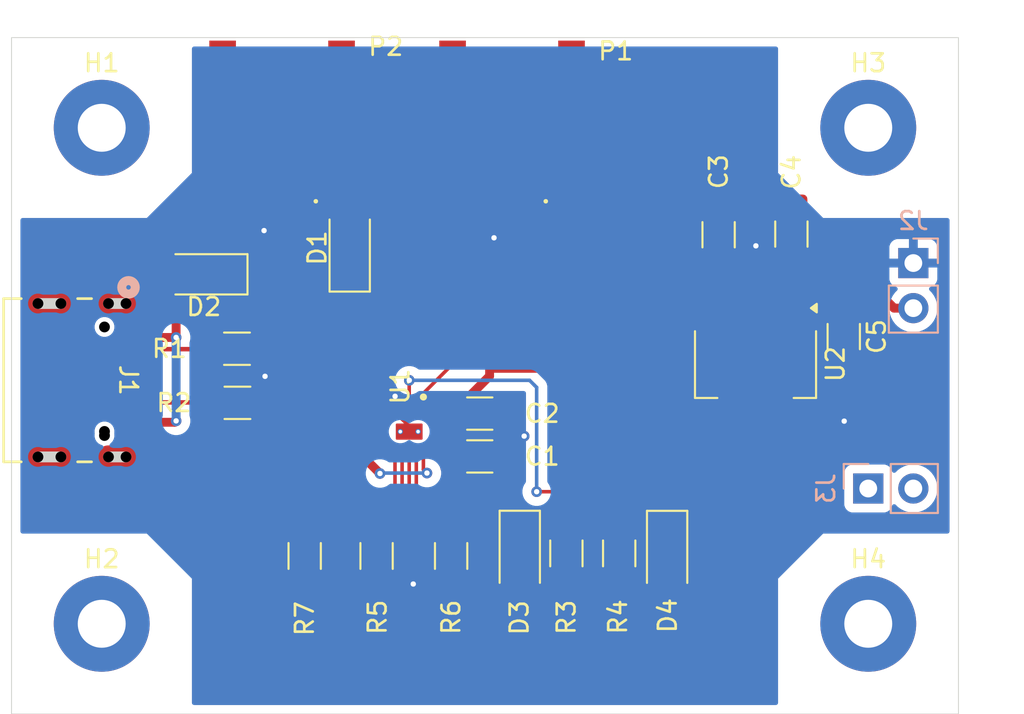
<source format=kicad_pcb>
(kicad_pcb (version 20241229) (generator "pcbnew") (generator_version "9.0")
  (layers (0 "F.Cu" signal) (2 "B.Cu" signal) (13 "F.Paste" user) (15 "B.Paste" user) (5 "F.SilkS" user "F.Silkscreen") (7 "B.SilkS" user "B.Silkscreen") (1 "F.Mask" user) (3 "B.Mask" user) (25 "Edge.Cuts" user))
  (net 0 "")
  (net 1 "Net-(D1-K)")
  (net 2 "GND")
  (net 3 "SYSpower")
  (net 4 "Net-(U2-NR{slash}FB)")
  (net 5 "3v3OUT")
  (net 6 "Net-(D1-A)")
  (net 7 "VBUS_5V")
  (net 8 "Net-(D3-K)")
  (net 9 "Net-(D3-A)")
  (net 10 "Net-(D4-A)")
  (net 11 "Net-(D4-K)")
  (net 12 "Net-(J1-CC1)")
  (net 14 "/USB_D+")
  (net 15 "/USB_D-")
  (net 17 "Net-(J1-CC2)")
  (net 18 "BAT_IN")
  (net 19 "Vpower")
  (net 20 "Net-(U1-ILIM{slash}VSET)")
  (net 21 "Net-(U1-ISET)")
  (net 22 "Net-(U1-TS{slash}MR)")
  (footprint "Diode_SMD:D_1206_3216Metric_Pad1.42x1.75mm_HandSolder" (layer "F.Cu") (at 140.97 32.1675 90)
    (property "Reference" "D1" (at 0 -1.83 90) (layer "F.SilkS"))
    (property "Value" "D_Schottky")
    (fp_line (start 1.6 -1.135) (end -2.46 -1.135) (stroke (width 0.12)) (layer "F.SilkS"))
    (fp_line (start -2.46 -1.135) (end -2.46 1.135) (stroke (width 0.12)) (layer "F.SilkS"))
    (fp_line (start -2.46 1.135) (end 1.6 1.135) (stroke (width 0.12)) (layer "F.SilkS"))
    (pad "1" smd roundrect (at -1.4875 0 90) (size 1.425 1.75) (layers "F.Cu" "F.Mask" "F.Paste") (roundrect_rratio 0.175439) (net 1 "Net-(D1-K)"))
    (pad "2" smd roundrect (at 1.4875 0 90) (size 1.425 1.75) (layers "F.Cu" "F.Mask" "F.Paste") (roundrect_rratio 0.175439) (net 6 "Net-(D1-A)"))
  )
  (footprint "Capacitor_SMD:C_1206_3216Metric_Pad1.33x1.80mm_HandSolder" (layer "F.Cu") (at 148.2961 43.9122)
    (property "Reference" "C1" (at 3.5175 0 0) (layer "F.SilkS"))
    (property "Value" "10uF")
    (fp_line (start -0.711252 -0.91) (end 0.711252 -0.91) (stroke (width 0.12)) (layer "F.SilkS"))
    (fp_line (start -0.711252 0.91) (end 0.711252 0.91) (stroke (width 0.12)) (layer "F.SilkS"))
    (pad "1" smd roundrect (at -1.5625 0) (size 1.325 1.8) (layers "F.Cu" "F.Mask" "F.Paste") (roundrect_rratio 0.188679) (net 1 "Net-(D1-K)"))
    (pad "2" smd roundrect (at 1.5625 0) (size 1.325 1.8) (layers "F.Cu" "F.Mask" "F.Paste") (roundrect_rratio 0.188679) (net 2 "GND"))
  )
  (footprint "MountingHole:MountingHole_2.7mm_M2.5_Pad" (layer "F.Cu") (at 170.18 53.34)
    (property "Reference" "H4" (at 0 -3.65 0) (layer "F.SilkS"))
    (property "Value" "MountingHole")
    (pad "1" thru_hole circle (at 0 0) (size 5.4 5.4) (drill 2.7) (layers "*.Cu" "*.Mask"))
  )
  (footprint "CUSTFOOT:CONN12_DX07S_JAE" (layer "F.Cu") (at 125.054411 39.620063 -90)
    (property "Reference" "J1" (at 0 -3.4544 270) (layer "F.SilkS"))
    (property "Value" "DX07S016JA3R1500")
    (fp_line (start -4.5974 3.5814) (end -4.5974 2.587499) (stroke (width 0.1524)) (layer "F.SilkS"))
    (fp_line (start 4.5974 3.5814) (end -4.5974 3.5814) (stroke (width 0.1524)) (layer "F.SilkS"))
    (fp_line (start 4.5974 2.587499) (end 4.5974 3.5814) (stroke (width 0.1524)) (layer "F.SilkS"))
    (fp_line (start -4.5974 -0.588677) (end -4.5974 -1.37221) (stroke (width 0.1524)) (layer "F.SilkS"))
    (fp_line (start 4.5974 -1.37221) (end 4.5974 -0.588677) (stroke (width 0.1524)) (layer "F.SilkS"))
    (fp_circle (center -5.2324 -3.4544) (end -4.8514 -3.4544) (stroke (width 0.508)) (fill no) (layer "B.SilkS"))
    (fp_line (start -4.320032 1.647111) (end -4.320032 0.351711) (stroke (width 0.6096)) (layer "Edge.Cuts"))
    (fp_line (start 4.320032 1.647111) (end 4.320032 0.351711) (stroke (width 0.6096)) (layer "Edge.Cuts"))
    (fp_line (start 2.8857 -2.100713) (end 3.1143 -2.100713) (stroke (width 0.6096)) (layer "Edge.Cuts"))
    (fp_line (start -4.32 -2.325289) (end -4.32 -3.315889) (stroke (width 0.6096)) (layer "Edge.Cuts"))
    (fp_line (start 4.32 -2.325289) (end 4.32 -3.315889) (stroke (width 0.6096)) (layer "Edge.Cuts"))
    (pad "" np_thru_hole circle (at -4.320032 0.351711 270) (size 0.6096 0.6096) (drill 0.6096) (layers))
    (pad "" np_thru_hole circle (at -4.320032 1.647111 270) (size 0.6096 0.6096) (drill 0.6096) (layers))
    (pad "" np_thru_hole circle (at -4.32 -3.315889 270) (size 0.6096 0.6096) (drill 0.6096) (layers))
    (pad "" np_thru_hole circle (at -4.32 -2.325289 270) (size 0.6096 0.6096) (drill 0.6096) (layers))
    (pad "" np_thru_hole circle (at -3 -2.100713 270) (size 0.6096 0.6096) (drill 0.6096) (layers))
    (pad "" np_thru_hole circle (at 2.8857 -2.100713 270) (size 0.6096 0.6096) (drill 0.6096) (layers))
    (pad "" np_thru_hole circle (at 3.1143 -2.100713 270) (size 0.6096 0.6096) (drill 0.6096) (layers))
    (pad "" np_thru_hole circle (at 4.32 -3.315889 270) (size 0.6096 0.6096) (drill 0.6096) (layers))
    (pad "" np_thru_hole circle (at 4.32 -2.325289 270) (size 0.6096 0.6096) (drill 0.6096) (layers))
    (pad "" np_thru_hole circle (at 4.320032 0.351711 270) (size 0.6096 0.6096) (drill 0.6096) (layers))
    (pad "" np_thru_hole circle (at 4.320032 1.647111 270) (size 0.6096 0.6096) (drill 0.6096) (layers))
    (pad "1" smd rect (at -3.1 -3.215589 270) (size 0.5588 1.0414) (layers "F.Cu" "F.Mask" "F.Paste") (net 2 "GND"))
    (pad "2" smd rect (at -2.368067 -3.215589 270) (size 0.5588 1.0414) (layers "F.Cu" "F.Mask" "F.Paste") (net 7 "VBUS_5V"))
    (pad "3" smd rect (at -1.750441 -3.215589 270) (size 0.3302 1.0414) (layers "F.Cu" "F.Mask" "F.Paste") (net 12 "Net-(J1-CC1)"))
    (pad "4" smd rect (at -1.250315 -3.215589 270) (size 0.3302 1.0414) (layers "F.Cu" "F.Mask" "F.Paste"))
    (pad "5" smd rect (at -0.750189 -3.215589 270) (size 0.3302 1.0414) (layers "F.Cu" "F.Mask" "F.Paste") (net 15 "/USB_D-"))
    (pad "6" smd rect (at -0.250063 -3.215589 270) (size 0.3302 1.0414) (layers "F.Cu" "F.Mask" "F.Paste") (net 14 "/USB_D+"))
    (pad "7" smd rect (at 0.250063 -3.215589 270) (size 0.3302 1.0414) (layers "F.Cu" "F.Mask" "F.Paste") (net 14 "/USB_D+"))
    (pad "8" smd rect (at 0.750189 -3.215589 270) (size 0.3302 1.0414) (layers "F.Cu" "F.Mask" "F.Paste") (net 15 "/USB_D-"))
    (pad "9" smd rect (at 1.250315 -3.215589 270) (size 0.3302 1.0414) (layers "F.Cu" "F.Mask" "F.Paste") (net 17 "Net-(J1-CC2)"))
    (pad "10" smd rect (at 1.750441 -3.215589 270) (size 0.3302 1.0414) (layers "F.Cu" "F.Mask" "F.Paste"))
    (pad "11" smd rect (at 2.368067 -3.215589 270) (size 0.5588 1.0414) (layers "F.Cu" "F.Mask" "F.Paste") (net 7 "VBUS_5V"))
    (pad "12" smd rect (at 3.1 -3.215589 270) (size 0.5588 1.0414) (layers "F.Cu" "F.Mask" "F.Paste") (net 2 "GND"))
    (pad "13" smd oval (at -4.320002 -2.820589 270) (size 1.2954 2.3114) (layers "F.Cu" "F.Mask" "F.Paste"))
    (pad "14" smd oval (at 4.320002 -2.820589 270) (size 1.2954 2.3114) (layers "F.Cu" "F.Mask" "F.Paste"))
    (pad "15" smd oval (at -4.320032 0.999411 270) (size 1.2954 2.5908) (layers "F.Cu" "F.Mask" "F.Paste"))
    (pad "16" smd oval (at 4.320032 0.999411 270) (size 1.2954 2.5908) (layers "F.Cu" "F.Mask" "F.Paste"))
    (pad "17" smd rect (at -1.4 0.999287 270) (size 0.9906 2.0066) (layers "F.Cu" "F.Mask" "F.Paste"))
    (pad "18" smd rect (at 1.4 0.999287 270) (size 0.9906 2.0066) (layers "F.Cu" "F.Mask" "F.Paste"))
  )
  (footprint "Resistor_SMD:R_1206_3216Metric_Pad1.30x1.75mm_HandSolder" (layer "F.Cu") (at 142.4826 49.5202 -90)
    (property "Reference" "R5" (at 3.45 -0.05 90) (layer "F.SilkS"))
    (property "Value" "13k")
    (fp_line (start -0.727064 0.91) (end 0.727064 0.91) (stroke (width 0.12)) (layer "F.SilkS"))
    (fp_line (start -0.727064 -0.91) (end 0.727064 -0.91) (stroke (width 0.12)) (layer "F.SilkS"))
    (pad "1" smd roundrect (at -1.55 0 270) (size 1.3 1.75) (layers "F.Cu" "F.Mask" "F.Paste") (roundrect_rratio 0.192308) (net 20 "Net-(U1-ILIM{slash}VSET)"))
    (pad "2" smd roundrect (at 1.55 0 270) (size 1.3 1.75) (layers "F.Cu" "F.Mask" "F.Paste") (roundrect_rratio 0.192308) (net 2 "GND"))
  )
  (footprint "LED_SMD:LED_1206_3216Metric_Pad1.42x1.75mm_HandSolder" (layer "F.Cu") (at 158.85 49.4375 -90)
    (property "Reference" "D4" (at 3.4375 -0.025 90) (layer "F.SilkS"))
    (property "Value" "LED RED")
    (fp_line (start -2.46 1.135) (end 1.6 1.135) (stroke (width 0.12)) (layer "F.SilkS"))
    (fp_line (start -2.46 -1.135) (end -2.46 1.135) (stroke (width 0.12)) (layer "F.SilkS"))
    (fp_line (start 1.6 -1.135) (end -2.46 -1.135) (stroke (width 0.12)) (layer "F.SilkS"))
    (pad "1" smd roundrect (at -1.4875 0 270) (size 1.425 1.75) (layers "F.Cu" "F.Mask" "F.Paste") (roundrect_rratio 0.175439) (net 11 "Net-(D4-K)"))
    (pad "2" smd roundrect (at 1.4875 0 270) (size 1.425 1.75) (layers "F.Cu" "F.Mask" "F.Paste") (roundrect_rratio 0.175439) (net 10 "Net-(D4-A)"))
  )
  (footprint "Capacitor_SMD:C_1206_3216Metric_Pad1.33x1.80mm_HandSolder" (layer "F.Cu") (at 161.75 31.425 90)
    (property "Reference" "C3" (at 3.55 0 90) (layer "F.SilkS"))
    (property "Value" "1nF")
    (fp_line (start -0.711252 -0.91) (end 0.711252 -0.91) (stroke (width 0.12)) (layer "F.SilkS"))
    (fp_line (start -0.711252 0.91) (end 0.711252 0.91) (stroke (width 0.12)) (layer "F.SilkS"))
    (pad "1" smd roundrect (at -1.5625 0 90) (size 1.325 1.8) (layers "F.Cu" "F.Mask" "F.Paste") (roundrect_rratio 0.188679) (net 4 "Net-(U2-NR{slash}FB)"))
    (pad "2" smd roundrect (at 1.5625 0 90) (size 1.325 1.8) (layers "F.Cu" "F.Mask" "F.Paste") (roundrect_rratio 0.188679) (net 2 "GND"))
  )
  (footprint "Resistor_SMD:R_1206_3216Metric_Pad1.30x1.75mm_HandSolder" (layer "F.Cu") (at 134.646 40.894)
    (property "Reference" "R2" (at -3.582 0 0) (layer "F.SilkS"))
    (property "Value" "R5.1K")
    (fp_line (start -0.727064 -0.91) (end 0.727064 -0.91) (stroke (width 0.12)) (layer "F.SilkS"))
    (fp_line (start -0.727064 0.91) (end 0.727064 0.91) (stroke (width 0.12)) (layer "F.SilkS"))
    (pad "1" smd roundrect (at -1.55 0) (size 1.3 1.75) (layers "F.Cu" "F.Mask" "F.Paste") (roundrect_rratio 0.192308) (net 17 "Net-(J1-CC2)"))
    (pad "2" smd roundrect (at 1.55 0) (size 1.3 1.75) (layers "F.Cu" "F.Mask" "F.Paste") (roundrect_rratio 0.192308) (net 2 "GND"))
  )
  (footprint "Package_TO_SOT_SMD:SOT-223-6" (layer "F.Cu") (at 163.83 38.7475 -90)
    (property "Reference" "U2" (at -0.0375 -4.5 90) (layer "F.SilkS"))
    (property "Value" "TPS73733DCQ")
    (fp_line (start -1.8875 3.41) (end 1.8725 3.41) (stroke (width 0.12)) (layer "F.SilkS"))
    (fp_line (start 1.8725 3.41) (end 1.8725 2.15) (stroke (width 0.12)) (layer "F.SilkS"))
    (fp_line (start -1.8875 -3.41) (end 1.8725 -3.41) (stroke (width 0.12)) (layer "F.SilkS"))
    (fp_line (start 1.8725 -3.41) (end 1.8725 -2.15) (stroke (width 0.12)) (layer "F.SilkS"))
    (fp_poly (pts (xy -3.19 -3.12) (xy -3.43 -3.45) (xy -2.95 -3.45) (xy -3.19 -3.12)) (stroke (width 0.12)) (fill yes) (layer "F.SilkS"))
    (pad "1" smd roundrect (at -3.1375 -2.54 270) (size 2.2 0.6) (layers "F.Cu" "F.Mask" "F.Paste") (net 3 "SYSpower"))
    (pad "2" smd roundrect (at -3.1375 -1.27 270) (size 2.2 0.6) (layers "F.Cu" "F.Mask" "F.Paste") (net 5 "3v3OUT"))
    (pad "3" smd roundrect (at -3.1375 0 270) (size 2.2 0.6) (layers "F.Cu" "F.Mask" "F.Paste") (net 2 "GND"))
    (pad "4" smd roundrect (at -3.1375 1.27 270) (size 2.2 0.6) (layers "F.Cu" "F.Mask" "F.Paste") (net 4 "Net-(U2-NR{slash}FB)"))
    (pad "5" smd roundrect (at -3.1375 2.54 270) (size 2.2 0.6) (layers "F.Cu" "F.Mask" "F.Paste") (net 3 "SYSpower"))
    (pad "6" smd roundrect (at 3.1625 0 270) (size 2.15 3.45) (layers "F.Cu" "F.Mask" "F.Paste") (net 2 "GND"))
  )
  (footprint "MountingHole:MountingHole_2.7mm_M2.5_Pad" (layer "F.Cu") (at 127 25.4)
    (property "Reference" "H1" (at 0 -3.65 0) (layer "F.SilkS"))
    (property "Value" "MountingHole")
    (pad "1" thru_hole circle (at 0 0) (size 5.4 5.4) (drill 2.7) (layers "*.Cu" "*.Mask"))
  )
  (footprint "CUSTFOOT:JST_S2B-PH-SM4-TB" (layer "F.Cu") (at 137.16 27.94)
    (property "Reference" "P2" (at 5.842 -7.112 0) (layer "F.SilkS") (effects (font (size 1.001386 1.001386))))
    (property "Value" "S2B-PH-SM4-TB")
    (fp_circle (center 1.9 1.6) (end 2.027 1.6) (fill yes) (layer "F.SilkS"))
    (pad "1" smd rect (at 1 0) (size 1 3.5) (layers "F.Cu" "F.Mask" "F.Paste") (net 6 "Net-(D1-A)"))
    (pad "2" smd rect (at -1 0) (size 1 3.5) (layers "F.Cu" "F.Mask" "F.Paste") (net 2 "GND"))
    (pad "P1" smd rect (at 3.35 -5.75) (size 1.5 3.4) (layers "F.Cu" "F.Mask" "F.Paste"))
    (pad "P2" smd rect (at -3.35 -5.75) (size 1.5 3.4) (layers "F.Cu" "F.Mask" "F.Paste"))
  )
  (footprint "Capacitor_SMD:C_1206_3216Metric_Pad1.33x1.80mm_HandSolder" (layer "F.Cu") (at 168.8 37.1625 -90)
    (property "Reference" "C5" (at 0 -1.85 90) (layer "F.SilkS"))
    (property "Value" "1uF")
    (fp_line (start -0.711252 0.91) (end 0.711252 0.91) (stroke (width 0.12)) (layer "F.SilkS"))
    (fp_line (start -0.711252 -0.91) (end 0.711252 -0.91) (stroke (width 0.12)) (layer "F.SilkS"))
    (pad "1" smd roundrect (at -1.5625 0 270) (size 1.325 1.8) (layers "F.Cu" "F.Mask" "F.Paste") (roundrect_rratio 0.188679) (net 3 "SYSpower"))
    (pad "2" smd roundrect (at 1.5625 0 270) (size 1.325 1.8) (layers "F.Cu" "F.Mask" "F.Paste") (roundrect_rratio 0.188679) (net 2 "GND"))
  )
  (footprint "Diode_SMD:D_1206_3216Metric_Pad1.42x1.75mm_HandSolder" (layer "F.Cu") (at 132.7515 33.655 180)
    (property "Reference" "D2" (at 0 -1.83 0) (layer "F.SilkS"))
    (property "Value" "D_Schottky")
    (fp_line (start 1.6 -1.135) (end -2.46 -1.135) (stroke (width 0.12)) (layer "F.SilkS"))
    (fp_line (start -2.46 1.135) (end 1.6 1.135) (stroke (width 0.12)) (layer "F.SilkS"))
    (fp_line (start -2.46 -1.135) (end -2.46 1.135) (stroke (width 0.12)) (layer "F.SilkS"))
    (pad "1" smd roundrect (at -1.4875 0 180) (size 1.425 1.75) (layers "F.Cu" "F.Mask" "F.Paste") (roundrect_rratio 0.175439) (net 1 "Net-(D1-K)"))
    (pad "2" smd roundrect (at 1.4875 0 180) (size 1.425 1.75) (layers "F.Cu" "F.Mask" "F.Paste") (roundrect_rratio 0.175439) (net 7 "VBUS_5V"))
  )
  (footprint "MountingHole:MountingHole_2.7mm_M2.5_Pad" (layer "F.Cu") (at 127 53.34)
    (property "Reference" "H2" (at 0 -3.65 0) (layer "F.SilkS"))
    (property "Value" "MountingHole")
    (pad "1" thru_hole circle (at 0 0) (size 5.4 5.4) (drill 2.7) (layers "*.Cu" "*.Mask"))
  )
  (footprint "CUSTFOOT:JST_S2B-PH-SM4-TB" (layer "F.Cu") (at 150.114 27.94)
    (property "Reference" "P1" (at 5.842 -6.858 0) (layer "F.SilkS") (effects (font (size 1.001386 1.001386))))
    (property "Value" "S2B-PH-SM4-TB")
    (fp_circle (center 1.9 1.6) (end 2.027 1.6) (fill yes) (layer "F.SilkS"))
    (pad "1" smd rect (at 1 0) (size 1 3.5) (layers "F.Cu" "F.Mask" "F.Paste") (net 18 "BAT_IN"))
    (pad "2" smd rect (at -1 0) (size 1 3.5) (layers "F.Cu" "F.Mask" "F.Paste") (net 2 "GND"))
    (pad "P1" smd rect (at 3.35 -5.75) (size 1.5 3.4) (layers "F.Cu" "F.Mask" "F.Paste"))
    (pad "P2" smd rect (at -3.35 -5.75) (size 1.5 3.4) (layers "F.Cu" "F.Mask" "F.Paste"))
  )
  (footprint "Resistor_SMD:R_1206_3216Metric_Pad1.30x1.75mm_HandSolder" (layer "F.Cu") (at 138.4326 49.5202 -90)
    (property "Reference" "R7" (at 3.525 0 90) (layer "F.SilkS"))
    (property "Value" "10k")
    (fp_line (start -0.727064 0.91) (end 0.727064 0.91) (stroke (width 0.12)) (layer "F.SilkS"))
    (fp_line (start -0.727064 -0.91) (end 0.727064 -0.91) (stroke (width 0.12)) (layer "F.SilkS"))
    (pad "1" smd roundrect (at -1.55 0 270) (size 1.3 1.75) (layers "F.Cu" "F.Mask" "F.Paste") (roundrect_rratio 0.192308) (net 22 "Net-(U1-TS{slash}MR)"))
    (pad "2" smd roundrect (at 1.55 0 270) (size 1.3 1.75) (layers "F.Cu" "F.Mask" "F.Paste") (roundrect_rratio 0.192308) (net 2 "GND"))
  )
  (footprint "Resistor_SMD:R_1206_3216Metric_Pad1.30x1.75mm_HandSolder" (layer "F.Cu") (at 146.6826 49.5202 -90)
    (property "Reference" "R6" (at 3.45 0 90) (layer "F.SilkS"))
    (property "Value" "600")
    (fp_line (start -0.727064 0.91) (end 0.727064 0.91) (stroke (width 0.12)) (layer "F.SilkS"))
    (fp_line (start -0.727064 -0.91) (end 0.727064 -0.91) (stroke (width 0.12)) (layer "F.SilkS"))
    (pad "1" smd roundrect (at -1.55 0 270) (size 1.3 1.75) (layers "F.Cu" "F.Mask" "F.Paste") (roundrect_rratio 0.192308) (net 21 "Net-(U1-ISET)"))
    (pad "2" smd roundrect (at 1.55 0 270) (size 1.3 1.75) (layers "F.Cu" "F.Mask" "F.Paste") (roundrect_rratio 0.192308) (net 2 "GND"))
  )
  (footprint "Resistor_SMD:R_1206_3216Metric_Pad1.30x1.75mm_HandSolder" (layer "F.Cu") (at 156.15 49.375 90)
    (property "Reference" "R4" (at -3.575 -0.075 90) (layer "F.SilkS"))
    (property "Value" "R")
    (fp_line (start -0.727064 -0.91) (end 0.727064 -0.91) (stroke (width 0.12)) (layer "F.SilkS"))
    (fp_line (start -0.727064 0.91) (end 0.727064 0.91) (stroke (width 0.12)) (layer "F.SilkS"))
    (pad "1" smd roundrect (at -1.55 0 90) (size 1.3 1.75) (layers "F.Cu" "F.Mask" "F.Paste") (roundrect_rratio 0.192308) (net 10 "Net-(D4-A)"))
    (pad "2" smd roundrect (at 1.55 0 90) (size 1.3 1.75) (layers "F.Cu" "F.Mask" "F.Paste") (roundrect_rratio 0.192308) (net 19 "Vpower"))
  )
  (footprint "Capacitor_SMD:C_1206_3216Metric_Pad1.33x1.80mm_HandSolder" (layer "F.Cu") (at 165.85 31.3875 90)
    (property "Reference" "C4" (at 3.4875 0 90) (layer "F.SilkS"))
    (property "Value" "1uF")
    (fp_line (start -0.711252 -0.91) (end 0.711252 -0.91) (stroke (width 0.12)) (layer "F.SilkS"))
    (fp_line (start -0.711252 0.91) (end 0.711252 0.91) (stroke (width 0.12)) (layer "F.SilkS"))
    (pad "1" smd roundrect (at -1.5625 0 90) (size 1.325 1.8) (layers "F.Cu" "F.Mask" "F.Paste") (roundrect_rratio 0.188679) (net 5 "3v3OUT"))
    (pad "2" smd roundrect (at 1.5625 0 90) (size 1.325 1.8) (layers "F.Cu" "F.Mask" "F.Paste") (roundrect_rratio 0.188679) (net 2 "GND"))
  )
  (footprint "LED_SMD:LED_1206_3216Metric_Pad1.42x1.75mm_HandSolder" (layer "F.Cu") (at 150.55 49.4327 -90)
    (property "Reference" "D3" (at 3.5673 0.025 90) (layer "F.SilkS"))
    (property "Value" "LED BLUE")
    (fp_line (start -2.46 1.135) (end 1.6 1.135) (stroke (width 0.12)) (layer "F.SilkS"))
    (fp_line (start -2.46 -1.135) (end -2.46 1.135) (stroke (width 0.12)) (layer "F.SilkS"))
    (fp_line (start 1.6 -1.135) (end -2.46 -1.135) (stroke (width 0.12)) (layer "F.SilkS"))
    (pad "1" smd roundrect (at -1.4875 0 270) (size 1.425 1.75) (layers "F.Cu" "F.Mask" "F.Paste") (roundrect_rratio 0.175439) (net 8 "Net-(D3-K)"))
    (pad "2" smd roundrect (at 1.4875 0 270) (size 1.425 1.75) (layers "F.Cu" "F.Mask" "F.Paste") (roundrect_rratio 0.175439) (net 9 "Net-(D3-A)"))
  )
  (footprint "MountingHole:MountingHole_2.7mm_M2.5_Pad" (layer "F.Cu") (at 170.18 25.4)
    (property "Reference" "H3" (at 0 -3.65 0) (layer "F.SilkS"))
    (property "Value" "MountingHole")
    (pad "1" thru_hole circle (at 0 0) (size 5.4 5.4) (drill 2.7) (layers "*.Cu" "*.Mask"))
  )
  (footprint "Capacitor_SMD:C_1206_3216Metric_Pad1.33x1.80mm_HandSolder" (layer "F.Cu") (at 148.2961 41.4992)
    (property "Reference" "C2" (at 3.5175 0 0) (layer "F.SilkS"))
    (property "Value" "22uF")
    (fp_line (start -0.711252 -0.91) (end 0.711252 -0.91) (stroke (width 0.12)) (layer "F.SilkS"))
    (fp_line (start -0.711252 0.91) (end 0.711252 0.91) (stroke (width 0.12)) (layer "F.SilkS"))
    (pad "1" smd roundrect (at -1.5625 0) (size 1.325 1.8) (layers "F.Cu" "F.Mask" "F.Paste") (roundrect_rratio 0.188679) (net 3 "SYSpower"))
    (pad "2" smd roundrect (at 1.5625 0) (size 1.325 1.8) (layers "F.Cu" "F.Mask" "F.Paste") (roundrect_rratio 0.188679) (net 2 "GND"))
  )
  (footprint "Resistor_SMD:R_1206_3216Metric_Pad1.30x1.75mm_HandSolder" (layer "F.Cu") (at 153.175 49.375 90)
    (property "Reference" "R3" (at -3.6 0 90) (layer "F.SilkS"))
    (property "Value" "R")
    (fp_line (start -0.727064 -0.91) (end 0.727064 -0.91) (stroke (width 0.12)) (layer "F.SilkS"))
    (fp_line (start -0.727064 0.91) (end 0.727064 0.91) (stroke (width 0.12)) (layer "F.SilkS"))
    (pad "1" smd roundrect (at -1.55 0 90) (size 1.3 1.75) (layers "F.Cu" "F.Mask" "F.Paste") (roundrect_rratio 0.192308) (net 9 "Net-(D3-A)"))
    (pad "2" smd roundrect (at 1.55 0 90) (size 1.3 1.75) (layers "F.Cu" "F.Mask" "F.Paste") (roundrect_rratio 0.192308) (net 19 "Vpower"))
  )
  (footprint "BQ25185:IC_BQ25185DLHR" (layer "F.Cu") (at 144.3206 42.5152 -90)
    (property "Reference" "U1" (at -2.54 0.508 90) (layer "F.SilkS"))
    (property "Value" "BQ25185DLHR")
    (fp_circle (center -1.95 -0.8) (end -1.85 -0.8) (stroke (width 0.2)) (fill no) (layer "F.SilkS"))
    (pad "1" smd roundrect (at -1.05 -0.8 270) (size 0.5 0.2) (layers "F.Cu" "F.Paste") (roundrect_rratio 0.26) (net 3 "SYSpower"))
    (pad "2" smd roundrect (at -1.05 -0.4 270) (size 0.5 0.2) (layers "F.Cu" "F.Paste") (roundrect_rratio 0.26) (net 18 "BAT_IN"))
    (pad "3" smd roundrect (at -1.05 0 270) (size 0.5 0.2) (layers "F.Cu" "F.Paste") (roundrect_rratio 0.26) (net 11 "Net-(D4-K)"))
    (pad "4" smd roundrect (at -1.05 0.4 270) (size 0.5 0.2) (layers "F.Cu" "F.Paste") (roundrect_rratio 0.26) (net 2 "GND"))
    (pad "5" smd roundrect (at -1.05 0.8 270) (size 0.5 0.2) (layers "F.Cu" "F.Paste") (roundrect_rratio 0.26) (net 2 "GND"))
    (pad "6" smd roundrect (at 1.05 0.8 270) (size 0.5 0.2) (layers "F.Cu" "F.Paste") (roundrect_rratio 0.26) (net 22 "Net-(U1-TS{slash}MR)"))
    (pad "7" smd roundrect (at 1.05 0.4 270) (size 0.5 0.2) (layers "F.Cu" "F.Paste") (roundrect_rratio 0.26) (net 20 "Net-(U1-ILIM{slash}VSET)"))
    (pad "8" smd roundrect (at 1.05 0 270) (size 0.5 0.2) (layers "F.Cu" "F.Paste") (roundrect_rratio 0.26) (net 21 "Net-(U1-ISET)"))
    (pad "9" smd roundrect (at 1.05 -0.4 270) (size 0.5 0.2) (layers "F.Cu" "F.Paste") (roundrect_rratio 0.26) (net 8 "Net-(D3-K)"))
    (pad "10" smd roundrect (at 1.05 -0.8 270) (size 0.5 0.2) (layers "F.Cu" "F.Paste") (roundrect_rratio 0.26) (net 1 "Net-(D1-K)"))
    (pad "11" smd custom (at 0 0 270) (size 0.5 0.5) (layers "F.Cu") (net 2 "GND") (options (clearance outline) (anchor rect)) (primitives (gr_poly (pts (xy -0.45 0.7) (xy -0.45 -0.7) (xy -0.45 -0.703) (xy -0.45 -0.705) (xy -0.449 -0.708) (xy -0.449 -0.71) (xy -0.448 -0.713) (xy -0.448 -0.715) (xy -0.447 -0.718) (xy -0.446 -0.72) (xy -0.445 -0.723) (xy -0.443 -0.725) (xy -0.442 -0.727) (xy -0.44 -0.729) (xy -0.439 -0.731) (xy -0.437 -0.733) (xy -0.435 -0.735) (xy -0.433 -0.737) (xy -0.431 -0.739) (xy -0.429 -0.74) (xy -0.427 -0.742) (xy -0.425 -0.743) (xy -0.423 -0.745) (xy -0.42 -0.746) (xy -0.418 -0.747) (xy -0.415 -0.748) (xy -0.413 -0.748) (xy -0.41 -0.749) (xy -0.408 -0.749) (xy -0.405 -0.75) (xy -0.403 -0.75) (xy -0.4 -0.75) (xy 0.4 -0.75) (xy 0.403 -0.75) (xy 0.405 -0.75) (xy 0.408 -0.749) (xy 0.41 -0.749) (xy 0.413 -0.748) (xy 0.415 -0.748) (xy 0.418 -0.747) (xy 0.42 -0.746) (xy 0.423 -0.745) (xy 0.425 -0.743) (xy 0.427 -0.742) (xy 0.429 -0.74) (xy 0.431 -0.739) (xy 0.433 -0.737) (xy 0.435 -0.735) (xy 0.437 -0.733) (xy 0.439 -0.731) (xy 0.44 -0.729) (xy 0.442 -0.727) (xy 0.443 -0.725) (xy 0.445 -0.723) (xy 0.446 -0.72) (xy 0.447 -0.718) (xy 0.448 -0.715) (xy 0.448 -0.713) (xy 0.449 -0.71) (xy 0.449 -0.708) (xy 0.45 -0.705) (xy 0.45 -0.703) (xy 0.45 -0.7) (xy 0.45 0.7) (xy 0.45 0.703) (xy 0.45 0.705) (xy 0.449 0.708) (xy 0.449 0.71) (xy 0.448 0.713) (xy 0.448 0.715) (xy 0.447 0.718) (xy 0.446 0.72) (xy 0.445 0.723) (xy 0.443 0.725) (xy 0.442 0.727) (xy 0.44 0.729) (xy 0.439 0.731) (xy 0.437 0.733) (xy 0.435 0.735) (xy 0.433 0.737) (xy 0.431 0.739) (xy 0.429 0.74) (xy 0.427 0.742) (xy 0.425 0.743) (xy 0.423 0.745) (xy 0.42 0.746) (xy 0.418 0.747) (xy 0.415 0.748) (xy 0.413 0.748) (xy 0.41 0.749) (xy 0.408 0.749) (xy 0.405 0.75) (xy 0.403 0.75) (xy 0.4 0.75) (xy -0.4 0.75) (xy -0.403 0.75) (xy -0.405 0.75) (xy -0.408 0.749) (xy -0.41 0.749) (xy -0.413 0.748) (xy -0.415 0.748) (xy -0.418 0.747) (xy -0.42 0.746) (xy -0.423 0.745) (xy -0.425 0.743) (xy -0.427 0.742) (xy -0.429 0.74) (xy -0.431 0.739) (xy -0.433 0.737) (xy -0.435 0.735) (xy -0.437 0.733) (xy -0.439 0.731) (xy -0.44 0.729) (xy -0.442 0.727) (xy -0.443 0.725) (xy -0.445 0.723) (xy -0.446 0.72) (xy -0.447 0.718) (xy -0.448 0.715) (xy -0.448 0.713) (xy -0.449 0.71) (xy -0.449 0.708) (xy -0.45 0.705) (xy -0.45 0.703) (xy -0.45 0.7)) (width 0.01) (fill yes))))
    (pad "12" thru_hole circle (at 0 -0.5 270) (size 0.3 0.3) (drill 0.2) (layers "*.Cu"))
    (pad "13" thru_hole circle (at 0 0.5 270) (size 0.3 0.3) (drill 0.2) (layers "*.Cu"))
  )
  (footprint "Resistor_SMD:R_1206_3216Metric_Pad1.30x1.75mm_HandSolder" (layer "F.Cu") (at 134.62 37.846)
    (property "Reference" "R1" (at -3.81 0 0) (layer "F.SilkS"))
    (property "Value" "R5.1K")
    (fp_line (start -0.727064 -0.91) (end 0.727064 -0.91) (stroke (width 0.12)) (layer "F.SilkS"))
    (fp_line (start -0.727064 0.91) (end 0.727064 0.91) (stroke (width 0.12)) (layer "F.SilkS"))
    (pad "1" smd roundrect (at -1.55 0) (size 1.3 1.75) (layers "F.Cu" "F.Mask" "F.Paste") (roundrect_rratio 0.192308) (net 12 "Net-(J1-CC1)"))
    (pad "2" smd roundrect (at 1.55 0) (size 1.3 1.75) (layers "F.Cu" "F.Mask" "F.Paste") (roundrect_rratio 0.192308) (net 2 "GND"))
  )
  (footprint "Connector_PinHeader_2.54mm:PinHeader_1x02_P2.54mm_Vertical" (layer "B.Cu") (at 170.18 45.72 -90)
    (property "Reference" "J3" (at 0 2.38 90) (layer "B.SilkS") (effects (justify mirror)))
    (property "Value" "Conn_01x02_Pin")
    (fp_line (start -1.38 1.38) (end 0 1.38) (stroke (width 0.12)) (layer "B.SilkS"))
    (fp_line (start -1.38 0) (end -1.38 1.38) (stroke (width 0.12)) (layer "B.SilkS"))
    (fp_line (start -1.38 -1.27) (end 1.38 -1.27) (stroke (width 0.12)) (layer "B.SilkS"))
    (fp_line (start -1.38 -1.27) (end -1.38 -3.92) (stroke (width 0.12)) (layer "B.SilkS"))
    (fp_line (start 1.38 -1.27) (end 1.38 -3.92) (stroke (width 0.12)) (layer "B.SilkS"))
    (fp_line (start -1.38 -3.92) (end 1.38 -3.92) (stroke (width 0.12)) (layer "B.SilkS"))
    (pad "1" thru_hole rect (at 0 0 270) (size 1.7 1.7) (drill 1) (layers "*.Cu" "*.Mask") (net 15 "/USB_D-"))
    (pad "2" thru_hole circle (at 0 -2.54 270) (size 1.7 1.7) (drill 1) (layers "*.Cu" "*.Mask") (net 14 "/USB_D+"))
  )
  (footprint "Connector_PinHeader_2.54mm:PinHeader_1x02_P2.54mm_Vertical" (layer "B.Cu") (at 172.72 33.02 180)
    (property "Reference" "J2" (at 0 2.38 0) (layer "B.SilkS") (effects (justify mirror)))
    (property "Value" "Conn_01x02_Pin")
    (fp_line (start 1.38 -1.27) (end 1.38 -3.92) (stroke (width 0.12)) (layer "B.SilkS"))
    (fp_line (start -1.38 1.38) (end 0 1.38) (stroke (width 0.12)) (layer "B.SilkS"))
    (fp_line (start -1.38 0) (end -1.38 1.38) (stroke (width 0.12)) (layer "B.SilkS"))
    (fp_line (start -1.38 -1.27) (end 1.38 -1.27) (stroke (width 0.12)) (layer "B.SilkS"))
    (fp_line (start -1.38 -1.27) (end -1.38 -3.92) (stroke (width 0.12)) (layer "B.SilkS"))
    (fp_line (start -1.38 -3.92) (end 1.38 -3.92) (stroke (width 0.12)) (layer "B.SilkS"))
    (pad "1" thru_hole rect (at 0 0 180) (size 1.7 1.7) (drill 1) (layers "*.Cu" "*.Mask") (net 2 "GND"))
    (pad "2" thru_hole circle (at 0 -2.54 180) (size 1.7 1.7) (drill 1) (layers "*.Cu" "*.Mask") (net 5 "3v3OUT"))
  )
  (gr_rect (start 121.92 20.32) (end 175.26 58.42) (stroke (width 0.05)) (fill no) (layer "Edge.Cuts"))
  (segment (start 145.1206 43.5652) (end 146.3866 43.5652) (width 0.2) (layer "F.Cu") (net 1))
  (segment (start 140.97 43.17) (end 142.675 44.875) (width 0.5) (layer "F.Cu") (net 1))
  (segment (start 140.97 33.655) (end 134.239 33.655) (width 0.5) (layer "F.Cu") (net 1))
  (segment (start 146.3866 43.5652) (end 146.7336 43.9122) (width 0.2) (layer "F.Cu") (net 1))
  (segment (start 140.97 33.655) (end 140.97 43.17) (width 0.5) (layer "F.Cu") (net 1))
  (segment (start 145.1206 43.5652) (end 145.1206 44.65) (width 0.2) (layer "F.Cu") (net 1))
  (segment (start 145.1206 44.65) (end 145.3206 44.85) (width 0.2) (layer "F.Cu") (net 1))
  (via (at 142.675 44.875) (size 0.6) (drill 0.3) (layers "F.Cu" "B.Cu") (net 1))
  (via (at 145.3206 44.85) (size 0.6) (drill 0.3) (layers "F.Cu" "B.Cu") (net 1))
  (segment (start 142.7 44.85) (end 142.675 44.875) (width 0.2) (layer "B.Cu") (net 1))
  (segment (start 145.3206 44.85) (end 142.7 44.85) (width 0.2) (layer "B.Cu") (net 1))
  (segment (start 136.16 31.1752) (end 136.144 31.1912) (width 0.8) (layer "F.Cu") (net 2))
  (segment (start 138.4326 51.0702) (end 142.4826 51.0702) (width 0.2) (layer "F.Cu") (net 2))
  (segment (start 146.6826 51.0702) (end 144.5798 51.0702) (width 0.2) (layer "F.Cu") (net 2))
  (segment (start 161.7875 29.825) (end 163.825 29.825) (width 0.5) (layer "F.Cu") (net 2))
  (segment (start 143.5206 41.4652) (end 143.5206 40.5294) (width 0.2) (layer "F.Cu") (net 2))
  (segment (start 136.16 27.94) (end 136.16 31.1752) (width 0.8) (layer "F.Cu") (net 2))
  (segment (start 143.9206 41.4652) (end 143.5206 41.4652) (width 0.2) (layer "F.Cu") (net 2))
  (segment (start 168.8 38.725) (end 168.8 41.9) (width 0.5) (layer "F.Cu") (net 2))
  (segment (start 163.83 32.07) (end 163.85 32.05) (width 0.5) (layer "F.Cu") (net 2))
  (segment (start 142.4826 51.0702) (end 144.5202 51.0702) (width 0.2) (layer "F.Cu") (net 2))
  (segment (start 144.3206 42.21186) (end 143.9206 41.81186) (width 0.2) (layer "F.Cu") (net 2))
  (segment (start 168.81 41.91) (end 168.825 41.925) (width 0.5) (layer "F.Cu") (net 2))
  (segment (start 163.85 32.05) (end 163.85 29.85) (width 0.5) (layer "F.Cu") (net 2))
  (segment (start 149.8586 42.7692) (end 150.7976 42.7692) (width 0.2) (layer "F.Cu") (net 2))
  (segment (start 143.9206 41.81186) (end 143.9206 41.4652) (width 0.2) (layer "F.Cu") (net 2))
  (segment (start 136.196 40.894) (end 136.196 39.404) (width 0.254) (layer "F.Cu") (net 2))
  (segment (start 168.8 41.9) (end 168.825 41.925) (width 0.5) (layer "F.Cu") (net 2))
  (segment (start 144.3206 42.5152) (end 144.3206 42.21186) (width 0.2) (layer "F.Cu") (net 2))
  (segment (start 163.85 29.85) (end 163.825 29.825) (width 0.5) (layer "F.Cu") (net 2))
  (segment (start 149.114 31.5816) (end 149.098 31.5976) (width 0.8) (layer "F.Cu") (net 2))
  (segment (start 136.17 39.37) (end 136.2 39.4) (width 0.254) (layer "F.Cu") (net 2))
  (segment (start 163.83 41.91) (end 168.81 41.91) (width 0.5) (layer "F.Cu") (net 2))
  (segment (start 136.196 39.404) (end 136.2 39.4) (width 0.254) (layer "F.Cu") (net 2))
  (segment (start 149.8586 42.7692) (end 149.8586 43.9122) (width 0.2) (layer "F.Cu") (net 2))
  (segment (start 161.75 29.8625) (end 161.7875 29.825) (width 0.5) (layer "F.Cu") (net 2))
  (segment (start 149.114 27.94) (end 149.114 31.5816) (width 0.8) (layer "F.Cu") (net 2))
  (segment (start 144.5202 51.0702) (end 144.55 51.1) (width 0.2) (layer "F.Cu") (net 2))
  (segment (start 163.825 29.825) (end 165.85 29.825) (width 0.5) (layer "F.Cu") (net 2))
  (segment (start 144.5798 51.0702) (end 144.55 51.1) (width 0.2) (layer "F.Cu") (net 2))
  (segment (start 136.17 37.846) (end 136.17 39.37) (width 0.254) (layer "F.Cu") (net 2))
  (segment (start 143.5206 40.5294) (end 143.525 40.525) (width 0.2) (layer "F.Cu") (net 2))
  (segment (start 163.83 35.61) (end 163.83 32.07) (width 0.5) (layer "F.Cu") (net 2))
  (segment (start 149.8586 41.4992) (end 149.8586 42.7692) (width 0.2) (layer "F.Cu") (net 2))
  (via (at 150.7976 42.7692) (size 0.6) (drill 0.3) (layers "F.Cu" "B.Cu") (net 2))
  (via (at 163.85 32.05) (size 0.6) (drill 0.3) (layers "F.Cu" "B.Cu") (net 2))
  (via (at 144.55 51.1) (size 0.6) (drill 0.3) (layers "F.Cu" "B.Cu") (net 2))
  (via (at 136.144 31.1912) (size 0.6) (drill 0.3) (layers "F.Cu" "B.Cu") (net 2))
  (via (at 168.825 41.925) (size 0.6) (drill 0.3) (layers "F.Cu" "B.Cu") (net 2))
  (via (at 149.098 31.5976) (size 0.6) (drill 0.3) (layers "F.Cu" "B.Cu") (net 2))
  (via (at 136.2 39.4) (size 0.6) (drill 0.3) (layers "F.Cu" "B.Cu") (net 2))
  (via (at 143.525 40.525) (size 0.6) (drill 0.3) (layers "F.Cu" "B.Cu") (net 2))
  (segment (start 162.1 37.161) (end 165.918999 37.161) (width 0.5) (layer "F.Cu") (net 3))
  (segment (start 145.1206 41.4652) (end 146.6996 41.4652) (width 0.2) (layer "F.Cu") (net 3))
  (segment (start 161.29 35.61) (end 161.29 36.709999) (width 0.5) (layer "F.Cu") (net 3))
  (segment (start 159.739 37.161) (end 157.95 38.95) (width 0.5) (layer "F.Cu") (net 3))
  (segment (start 161.741001 37.161) (end 162.1 37.161) (width 0.5) (layer "F.Cu") (net 3))
  (segment (start 166.38 35.6) (end 166.37 35.61) (width 0.5) (layer "F.Cu") (net 3))
  (segment (start 168.8 35.6) (end 166.38 35.6) (width 0.5) (layer "F.Cu") (net 3))
  (segment (start 157.95 38.95) (end 148.85 38.95) (width 0.5) (layer "F.Cu") (net 3))
  (segment (start 146.6996 41.4652) (end 146.7336 41.4992) (width 0.2) (layer "F.Cu") (net 3))
  (segment (start 161.29 36.709999) (end 161.741001 37.161) (width 0.5) (layer "F.Cu") (net 3))
  (segment (start 165.918999 37.161) (end 166.37 36.709999) (width 0.5) (layer "F.Cu") (net 3))
  (segment (start 148.85 38.95) (end 148.85 39.3828) (width 0.5) (layer "F.Cu") (net 3))
  (segment (start 162.1 37.161) (end 159.739 37.161) (width 0.5) (layer "F.Cu") (net 3))
  (segment (start 166.37 36.709999) (end 166.37 35.61) (width 0.5) (layer "F.Cu") (net 3))
  (segment (start 148.85 39.3828) (end 146.7336 41.4992) (width 0.5) (layer "F.Cu") (net 3))
  (segment (start 162.56 33.7975) (end 161.75 32.9875) (width 0.2) (layer "F.Cu") (net 4))
  (segment (start 162.56 35.61) (end 162.56 33.7975) (width 0.2) (layer "F.Cu") (net 4))
  (segment (start 169.025 32.95) (end 165.85 32.95) (width 0.5) (layer "F.Cu") (net 5))
  (segment (start 171.635 35.56) (end 169.025 32.95) (width 0.5) (layer "F.Cu") (net 5))
  (segment (start 165.1 33.7) (end 165.85 32.95) (width 0.5) (layer "F.Cu") (net 5))
  (segment (start 172.72 35.56) (end 171.635 35.56) (width 0.5) (layer "F.Cu") (net 5))
  (segment (start 165.1 35.61) (end 165.1 33.7) (width 0.5) (layer "F.Cu") (net 5))
  (segment (start 138.16 30.26) (end 138.16 27.94) (width 0.8) (layer "F.Cu") (net 6))
  (segment (start 138.58 30.68) (end 138.16 30.26) (width 0.8) (layer "F.Cu") (net 6))
  (segment (start 140.97 30.68) (end 138.58 30.68) (width 0.8) (layer "F.Cu") (net 6))
  (segment (start 131.191 34.925) (end 131.264 34.852) (width 0.5) (layer "F.Cu") (net 7))
  (segment (start 129.118004 37.251996) (end 129.159 37.211) (width 0.5) (layer "F.Cu") (net 7))
  (segment (start 129.159 37.211) (end 131.191 37.211) (width 0.5) (layer "F.Cu") (net 7))
  (segment (start 131.11287 41.98813) (end 131.191 41.91) (width 0.5) (layer "F.Cu") (net 7))
  (segment (start 131.191 37.211) (end 131.191 34.925) (width 0.5) (layer "F.Cu") (net 7))
  (segment (start 131.264 34.852) (end 131.264 33.655) (width 0.5) (layer "F.Cu") (net 7))
  (segment (start 128.27 41.98813) (end 131.11287 41.98813) (width 0.5) (layer "F.Cu") (net 7))
  (segment (start 128.27 37.251996) (end 129.118004 37.251996) (width 0.5) (layer "F.Cu") (net 7))
  (via (at 131.191 37.211) (size 0.6) (drill 0.3) (layers "F.Cu" "B.Cu") (net 7))
  (via (at 131.191 41.91) (size 0.6) (drill 0.3) (layers "F.Cu" "B.Cu") (net 7))
  (segment (start 131.191 37.211) (end 131.191 41.91) (width 0.5) (layer "B.Cu") (net 7))
  (segment (start 144.8826 45.8952) (end 150.4076 45.8952) (width 0.2) (layer "F.Cu") (net 8))
  (segment (start 144.7206 43.5652) (end 144.7206 45.7332) (width 0.2) (layer "F.Cu") (net 8))
  (segment (start 150.55 47.9452) (end 150.55 46.0376) (width 0.2) (layer "F.Cu") (net 8))
  (segment (start 150.55 46.0376) (end 150.4076 45.8952) (width 0.2) (layer "F.Cu") (net 8))
  (segment (start 144.7206 45.7332) (end 144.8826 45.8952) (width 0.2) (layer "F.Cu") (net 8))
  (segment (start 153.1702 50.9202) (end 153.175 50.925) (width 0.2) (layer "F.Cu") (net 9))
  (segment (start 150.55 50.9202) (end 153.1702 50.9202) (width 0.2) (layer "F.Cu") (net 9))
  (segment (start 156.15 50.925) (end 158.85 50.925) (width 0.2) (layer "F.Cu") (net 10))
  (segment (start 151.5 45.9) (end 156.8 45.9) (width 0.2) (layer "F.Cu") (net 11))
  (segment (start 144.3206 41.4652) (end 144.3206 39.6294) (width 0.2) (layer "F.Cu") (net 11))
  (segment (start 144.3206 39.6294) (end 144.325 39.625) (width 0.2) (layer "F.Cu") (net 11))
  (segment (start 156.8 45.9) (end 158.85 47.95) (width 0.2) (layer "F.Cu") (net 11))
  (via (at 144.325 39.625) (size 0.6) (drill 0.3) (layers "F.Cu" "B.Cu") (net 11))
  (via (at 151.5 45.9) (size 0.6) (drill 0.3) (layers "F.Cu" "B.Cu") (net 11))
  (segment (start 144.325 39.625) (end 151.1 39.625) (width 0.2) (layer "B.Cu") (net 11))
  (segment (start 151.1 39.625) (end 151.375 39.9) (width 0.2) (layer "B.Cu") (net 11))
  (segment (start 151.5 40.025) (end 151.5 45.9) (width 0.2) (layer "B.Cu") (net 11))
  (segment (start 151.375 39.9) (end 151.5 40.025) (width 0.2) (layer "B.Cu") (net 11))
  (segment (start 128.27 37.869622) (end 133.046378 37.869622) (width 0.254) (layer "F.Cu") (net 12))
  (segment (start 133.046378 37.869622) (end 133.07 37.846) (width 0.254) (layer "F.Cu") (net 12))
  (segment (start 128.27 39.37) (end 128.27 39.870126) (width 0.254) (layer "F.Cu") (net 14))
  (segment (start 128.27 40.370252) (end 127.428326 40.370252) (width 0.254) (layer "F.Cu") (net 15))
  (segment (start 127.501426 38.869874) (end 128.27 38.869874) (width 0.254) (layer "F.Cu") (net 15))
  (segment (start 127.4213 38.95) (end 127.501426 38.869874) (width 0.254) (layer "F.Cu") (net 15))
  (segment (start 127.4213 40.363226) (end 127.4213 38.95) (width 0.254) (layer "F.Cu") (net 15))
  (segment (start 127.428326 40.370252) (end 127.4213 40.363226) (width 0.254) (layer "F.Cu") (net 15))
  (segment (start 128.27 40.870378) (end 133.072378 40.870378) (width 0.254) (layer "F.Cu") (net 17))
  (segment (start 133.072378 40.870378) (end 133.096 40.894) (width 0.254) (layer "F.Cu") (net 17))
  (segment (start 151.114 34.3638) (end 151.114 27.94) (width 0.2) (layer "F.Cu") (net 18))
  (segment (start 144.7206 40.7572) (end 151.114 34.3638) (width 0.2) (layer "F.Cu") (net 18))
  (segment (start 144.7206 41.4652) (end 144.7206 40.7572) (width 0.2) (layer "F.Cu") (net 18))
  (segment (start 153.175 47.825) (end 156.15 47.825) (width 0.2) (layer "F.Cu") (net 19))
  (segment (start 143.9206 43.5652) (end 143.9206 46.5322) (width 0.2) (layer "F.Cu") (net 20))
  (segment (start 143.9206 46.5322) (end 142.4826 47.9702) (width 0.2) (layer "F.Cu") (net 20))
  (segment (start 144.3206 46.8582) (end 145.4326 47.9702) (width 0.2) (layer "F.Cu") (net 21))
  (segment (start 144.3206 43.5652) (end 144.3206 46.8582) (width 0.2) (layer "F.Cu") (net 21))
  (segment (start 145.4326 47.9702) (end 146.6826 47.9702) (width 0.2) (layer "F.Cu") (net 21))
  (segment (start 142.6576 46.5702) (end 139.8326 46.5702) (width 0.2) (layer "F.Cu") (net 22))
  (segment (start 139.8326 46.5702) (end 138.4326 47.9702) (width 0.2) (layer "F.Cu") (net 22))
  (segment (start 143.5206 45.7072) (end 142.6576 46.5702) (width 0.2) (layer "F.Cu") (net 22))
  (segment (start 143.5206 43.5652) (end 143.5206 45.7072) (width 0.2) (layer "F.Cu") (net 22))
  (zone (net 2) (net_name "GND") (layer "B.Cu") (connect_pads (clearance 0.5)) (min_thickness 0.25) (fill yes (thermal_gap 0.5) (thermal_bridge_width 0.5))
    (polygon (pts (xy 121.92 30.48) (xy 121.92 48.26) (xy 129.54 48.26) (xy 132.08 50.8) (xy 132.08 58.42) (xy 165.1 58.42) (xy 165.1 50.8) (xy 167.64 48.26) (xy 175.26 48.26) (xy 175.26 30.48) (xy 167.64 30.48) (xy 165.1 27.94) (xy 165.1 20.32) (xy 132.08 20.32) (xy 132.08 27.94) (xy 129.54 30.48)))
  )
)
</source>
